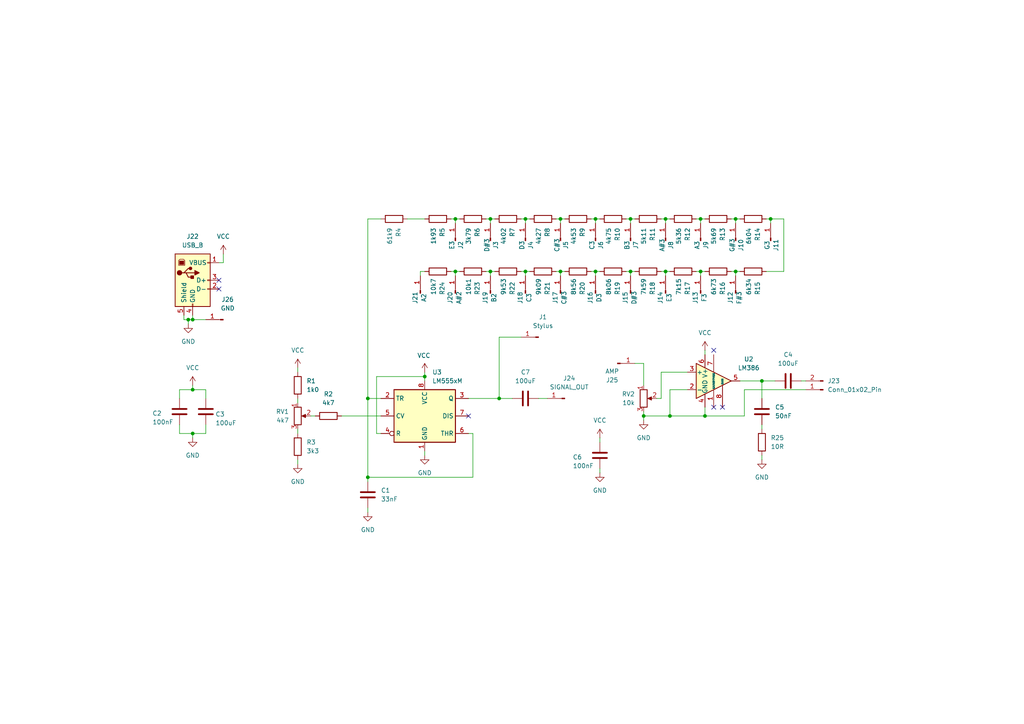
<source format=kicad_sch>
(kicad_sch (version 20231120) (generator "eeschema") (generator_version "8.0")
  (paper "A4")
  (lib_symbols
    (symbol "Amplifier_Audio:LM386" (pin_names (offset 0.127))
      (property "Reference" "U" (at 1.27 7.62 0))
      (property "Value" "LM386" (at 1.27 5.08 0))
      (symbol "LM386_0_1"
        (polyline (pts (xy 5.08 0) (xy -5.08 5.08) (xy -5.08 -5.08) (xy 5.08 0)) (stroke (width 0.254)) (fill (type background)))
      )
      (symbol "LM386_1_1"
        (pin input line (at 0 -7.62 90) (length 5.08) (name "GAIN") (number "1"))
        (pin input line (at -7.62 -2.54 0) (length 2.54) (name "-") (number "2"))
        (pin input line (at -7.62 2.54 0) (length 2.54) (name "+") (number "3"))
        (pin power_in line (at -2.54 -7.62 90) (length 3.81) (name "GND") (number "4"))
        (pin output line (at 7.62 0 180) (length 2.54) (name "~") (number "5"))
        (pin power_in line (at -2.54 7.62 270) (length 3.81) (name "V+") (number "6"))
        (pin input line (at 0 7.62 270) (length 5.08) (name "BYPASS") (number "7"))
        (pin input line (at 2.54 -7.62 90) (length 6.35) (name "GAIN") (number "8"))
      )
    )
    (symbol "Connector:Conn_01x01_Pin" (pin_names (offset 1.016) hide)
      (property "Reference" "J" (at 0 2.54 0))
      (property "Value" "Conn_01x01_Pin" (at 0 -2.54 0))
      (symbol "Conn_01x01_Pin_1_1"
        (polyline (pts (xy 1.27 0) (xy 0.8636 0)) (stroke (width 0.1524)))
        (rectangle (start 0.8636 0.127) (end 0 -0.127) (stroke (width 0.1524)) (fill (type outline)))
        (pin passive line (at 5.08 0 180) (length 3.81) (name "Pin_1") (number "1"))
      )
    )
    (symbol "Connector:Conn_01x02_Pin" (pin_names (offset 1.016) hide)
      (property "Reference" "J" (at 0 2.54 0))
      (property "Value" "Conn_01x02_Pin" (at 0 -5.08 0))
      (symbol "Conn_01x02_Pin_1_1"
        (polyline (pts (xy 1.27 -2.54) (xy 0.8636 -2.54)) (stroke (width 0.1524)))
        (polyline (pts (xy 1.27 0) (xy 0.8636 0)) (stroke (width 0.1524)))
        (rectangle (start 0.8636 -2.413) (end 0 -2.667) (stroke (width 0.1524)) (fill (type outline)))
        (rectangle (start 0.8636 0.127) (end 0 -0.127) (stroke (width 0.1524)) (fill (type outline)))
        (pin passive line (at 5.08 0 180) (length 3.81) (name "Pin_1") (number "1"))
        (pin passive line (at 5.08 -2.54 180) (length 3.81) (name "Pin_2") (number "2"))
      )
    )
    (symbol "Connector:USB_B" (pin_names (offset 1.016))
      (property "Reference" "J" (at -5.08 11.43 0))
      (property "Value" "USB_B" (at -5.08 8.89 0))
      (symbol "USB_B_0_1"
        (rectangle (start -5.08 -7.62) (end 5.08 7.62) (stroke (width 0.254)) (fill (type background)))
        (circle (center -3.81 2.159) (radius 0.635) (stroke (width 0.254)) (fill (type outline)))
        (rectangle (start -3.81 5.588) (end -2.54 4.572) (fill (type outline)))
        (circle (center -0.635 3.429) (radius 0.381) (stroke (width 0.254)) (fill (type outline)))
        (rectangle (start -0.127 -7.62) (end 0.127 -6.858))
        (polyline (pts (xy -1.905 2.159) (xy 0.635 2.159)) (stroke (width 0.254)))
        (polyline (pts (xy -3.175 2.159) (xy -2.54 2.159) (xy -1.27 3.429) (xy -0.635 3.429)) (stroke (width 0.254)))
        (polyline (pts (xy -2.54 2.159) (xy -1.905 2.159) (xy -1.27 0.889) (xy 0 0.889)) (stroke (width 0.254)))
        (polyline (pts (xy 0.635 2.794) (xy 0.635 1.524) (xy 1.905 2.159) (xy 0.635 2.794)) (stroke (width 0.254)) (fill (type outline)))
        (polyline (pts (xy -4.064 4.318) (xy -2.286 4.318) (xy -2.286 5.715) (xy -2.667 6.096) (xy -3.683 6.096) (xy -4.064 5.715) (xy -4.064 4.318)))
        (rectangle (start 0.254 1.27) (end -0.508 0.508) (stroke (width 0.254)) (fill (type outline)))
        (rectangle (start 5.08 -2.667) (end 4.318 -2.413))
        (rectangle (start 5.08 -0.127) (end 4.318 0.127))
        (rectangle (start 5.08 4.953) (end 4.318 5.207))
      )
      (symbol "USB_B_1_1"
        (pin power_out line (at 7.62 5.08 180) (length 2.54) (name "VBUS") (number "1"))
        (pin bidirectional line (at 7.62 -2.54 180) (length 2.54) (name "D-") (number "2"))
        (pin bidirectional line (at 7.62 0 180) (length 2.54) (name "D+") (number "3"))
        (pin power_out line (at 0 -10.16 90) (length 2.54) (name "GND") (number "4"))
        (pin passive line (at -2.54 -10.16 90) (length 2.54) (name "Shield") (number "5"))
      )
    )
    (symbol "Device:C" (pin_numbers hide) (pin_names (offset 0.254))
      (property "Reference" "C" (at 0.635 2.54 0))
      (property "Value" "C" (at 0.635 -2.54 0))
      (symbol "C_0_1"
        (polyline (pts (xy -2.032 -0.762) (xy 2.032 -0.762)) (stroke (width 0.508)))
        (polyline (pts (xy -2.032 0.762) (xy 2.032 0.762)) (stroke (width 0.508)))
      )
      (symbol "C_1_1"
        (pin passive line (at 0 3.81 270) (length 2.794) (name "~") (number "1"))
        (pin passive line (at 0 -3.81 90) (length 2.794) (name "~") (number "2"))
      )
    )
    (symbol "Device:R" (pin_numbers hide) (pin_names (offset 0))
      (property "Reference" "R" (at 2.032 0 90))
      (property "Value" "R" (at 0 0 90))
      (symbol "R_0_1"
        (rectangle (start -1.016 -2.54) (end 1.016 2.54) (stroke (width 0.254)))
      )
      (symbol "R_1_1"
        (pin passive line (at 0 3.81 270) (length 1.27) (name "~") (number "1"))
        (pin passive line (at 0 -3.81 90) (length 1.27) (name "~") (number "2"))
      )
    )
    (symbol "Device:R_Potentiometer" (pin_names (offset 1.016) hide)
      (property "Reference" "RV" (at -4.445 0 90))
      (property "Value" "R_Potentiometer" (at -2.54 0 90))
      (symbol "R_Potentiometer_0_1"
        (polyline (pts (xy 2.54 0) (xy 1.524 0)))
        (polyline (pts (xy 1.143 0) (xy 2.286 0.508) (xy 2.286 -0.508) (xy 1.143 0)) (fill (type outline)))
        (rectangle (start 1.016 2.54) (end -1.016 -2.54) (stroke (width 0.254)))
      )
      (symbol "R_Potentiometer_1_1"
        (pin passive line (at 0 3.81 270) (length 1.27) (name "1") (number "1"))
        (pin passive line (at 3.81 0 180) (length 1.27) (name "2") (number "2"))
        (pin passive line (at 0 -3.81 90) (length 1.27) (name "3") (number "3"))
      )
    )
    (symbol "Timer:LM555xM"
      (property "Reference" "U" (at -10.16 8.89 0))
      (property "Value" "LM555xM" (at 2.54 8.89 0))
      (symbol "LM555xM_0_0"
        (pin power_in line (at 0 -10.16 90) (length 2.54) (name "GND") (number "1"))
        (pin power_in line (at 0 10.16 270) (length 2.54) (name "VCC") (number "8"))
      )
      (symbol "LM555xM_0_1"
        (rectangle (start -8.89 -7.62) (end 8.89 7.62) (stroke (width 0.254)) (fill (type background)))
        (rectangle (start -8.89 -7.62) (end 8.89 7.62) (stroke (width 0.254)) (fill (type background)))
      )
      (symbol "LM555xM_1_1"
        (pin input line (at -12.7 5.08 0) (length 3.81) (name "TR") (number "2"))
        (pin output line (at 12.7 5.08 180) (length 3.81) (name "Q") (number "3"))
        (pin input inverted (at -12.7 -5.08 0) (length 3.81) (name "R") (number "4"))
        (pin input line (at -12.7 0 0) (length 3.81) (name "CV") (number "5"))
        (pin input line (at 12.7 -5.08 180) (length 3.81) (name "THR") (number "6"))
        (pin input line (at 12.7 0 180) (length 3.81) (name "DIS") (number "7"))
      )
    )
    (symbol "power:GND" (power) (pin_numbers hide) (pin_names (offset 0) hide)
      (property "Value" "GND" (at 0 -3.81 0))
      (symbol "GND_0_1"
        (polyline (pts (xy 0 0) (xy 0 -1.27) (xy 1.27 -1.27) (xy 0 -2.54) (xy -1.27 -1.27) (xy 0 -1.27)))
      )
      (symbol "GND_1_1"
        (pin power_in line (at 0 0 270) (length 0) (name "~") (number "1"))
      )
    )
    (symbol "power:VCC" (power) (pin_numbers hide) (pin_names (offset 0) hide)
      (property "Value" "VCC" (at 0 3.556 0))
      (symbol "VCC_0_1"
        (polyline (pts (xy -0.762 1.27) (xy 0 2.54)))
        (polyline (pts (xy 0 0) (xy 0 2.54)))
        (polyline (pts (xy 0 2.54) (xy 0.762 1.27)))
      )
      (symbol "VCC_1_1"
        (pin power_in line (at 0 0 90) (length 0) (name "~") (number "1"))
      )
    )
  )
  (junction (at 55.88 92.71))
  (junction (at 55.88 113.03))
  (junction (at 220.98 110.49))
  (junction (at 194.31 120.65))
  (junction (at 172.72 63.5))
  (junction (at 152.4 78.74))
  (junction (at 204.47 120.65))
  (junction (at 144.78 115.57))
  (junction (at 223.52 63.5))
  (junction (at 162.56 78.74))
  (junction (at 193.04 78.74))
  (junction (at 142.24 63.5))
  (junction (at 132.08 78.74))
  (junction (at 152.4 63.5))
  (junction (at 186.69 120.65))
  (junction (at 182.88 78.74))
  (junction (at 106.68 138.43))
  (junction (at 203.2 63.5))
  (junction (at 142.24 78.74))
  (junction (at 203.2 78.74))
  (junction (at 182.88 63.5))
  (junction (at 193.04 63.5))
  (junction (at 54.61 92.71))
  (junction (at 213.36 78.74))
  (junction (at 123.19 109.22))
  (junction (at 55.88 125.73))
  (junction (at 132.08 63.5))
  (junction (at 162.56 63.5))
  (junction (at 106.68 115.57))
  (junction (at 213.36 63.5))
  (junction (at 172.72 78.74))
  (no_connect (at 63.5 81.28))
  (no_connect (at 63.5 83.82))
  (no_connect (at 207.01 118.11))
  (no_connect (at 209.55 118.11))
  (no_connect (at 207.01 101.6))
  (no_connect (at 135.89 120.65))
  (wire (pts (xy 204.47 63.5) (xy 203.2 63.5)))
  (wire (pts (xy 203.2 80.01) (xy 203.2 78.74)))
  (wire (pts (xy 213.36 80.01) (xy 213.36 78.74)))
  (wire (pts (xy 152.4 64.77) (xy 152.4 63.5)))
  (wire (pts (xy 86.36 134.62) (xy 86.36 133.35)))
  (wire (pts (xy 191.77 107.95) (xy 191.77 115.57)))
  (wire (pts (xy 123.19 63.5) (xy 118.11 63.5)))
  (wire (pts (xy 55.88 125.73) (xy 52.07 125.73)))
  (wire (pts (xy 215.9 113.03) (xy 233.68 113.03)))
  (wire (pts (xy 137.16 125.73) (xy 137.16 138.43)))
  (wire (pts (xy 181.61 78.74) (xy 182.88 78.74)))
  (wire (pts (xy 212.09 78.74) (xy 213.36 78.74)))
  (wire (pts (xy 182.88 80.01) (xy 182.88 78.74)))
  (wire (pts (xy 203.2 78.74) (xy 204.47 78.74)))
  (wire (pts (xy 106.68 139.7) (xy 106.68 138.43)))
  (wire (pts (xy 55.88 91.44) (xy 55.88 92.71)))
  (wire (pts (xy 106.68 63.5) (xy 110.49 63.5)))
  (wire (pts (xy 144.78 97.79) (xy 151.13 97.79)))
  (wire (pts (xy 190.5 115.57) (xy 191.77 115.57)))
  (wire (pts (xy 220.98 110.49) (xy 214.63 110.49)))
  (wire (pts (xy 151.13 78.74) (xy 152.4 78.74)))
  (wire (pts (xy 123.19 109.22) (xy 123.19 110.49)))
  (wire (pts (xy 191.77 78.74) (xy 193.04 78.74)))
  (wire (pts (xy 214.63 63.5) (xy 213.36 63.5)))
  (wire (pts (xy 123.19 107.95) (xy 123.19 109.22)))
  (wire (pts (xy 199.39 113.03) (xy 194.31 113.03)))
  (wire (pts (xy 106.68 138.43) (xy 137.16 138.43)))
  (wire (pts (xy 152.4 80.01) (xy 152.4 78.74)))
  (wire (pts (xy 144.78 115.57) (xy 135.89 115.57)))
  (wire (pts (xy 86.36 106.68) (xy 86.36 107.95)))
  (wire (pts (xy 223.52 63.5) (xy 222.25 63.5)))
  (wire (pts (xy 106.68 148.59) (xy 106.68 147.32)))
  (wire (pts (xy 52.07 113.03) (xy 52.07 115.57)))
  (wire (pts (xy 106.68 63.5) (xy 106.68 115.57)))
  (wire (pts (xy 132.08 80.01) (xy 132.08 78.74)))
  (wire (pts (xy 109.22 125.73) (xy 109.22 109.22)))
  (wire (pts (xy 186.69 120.65) (xy 186.69 119.38)))
  (wire (pts (xy 91.44 120.65) (xy 90.17 120.65)))
  (wire (pts (xy 144.78 97.79) (xy 144.78 115.57)))
  (wire (pts (xy 203.2 63.5) (xy 201.93 63.5)))
  (wire (pts (xy 186.69 121.92) (xy 186.69 120.65)))
  (wire (pts (xy 184.15 63.5) (xy 182.88 63.5)))
  (wire (pts (xy 142.24 78.74) (xy 143.51 78.74)))
  (wire (pts (xy 161.29 78.74) (xy 162.56 78.74)))
  (wire (pts (xy 193.04 80.01) (xy 193.04 78.74)))
  (wire (pts (xy 201.93 78.74) (xy 203.2 78.74)))
  (wire (pts (xy 132.08 63.5) (xy 130.81 63.5)))
  (wire (pts (xy 156.21 115.57) (xy 158.75 115.57)))
  (wire (pts (xy 106.68 138.43) (xy 106.68 115.57)))
  (wire (pts (xy 52.07 123.19) (xy 52.07 125.73)))
  (wire (pts (xy 163.83 63.5) (xy 162.56 63.5)))
  (wire (pts (xy 133.35 63.5) (xy 132.08 63.5)))
  (wire (pts (xy 215.9 113.03) (xy 215.9 120.65)))
  (wire (pts (xy 173.99 127) (xy 173.99 128.27)))
  (wire (pts (xy 171.45 78.74) (xy 172.72 78.74)))
  (wire (pts (xy 55.88 127) (xy 55.88 125.73)))
  (wire (pts (xy 193.04 78.74) (xy 194.31 78.74)))
  (wire (pts (xy 220.98 115.57) (xy 220.98 110.49)))
  (wire (pts (xy 213.36 64.77) (xy 213.36 63.5)))
  (wire (pts (xy 59.69 125.73) (xy 55.88 125.73)))
  (wire (pts (xy 55.88 113.03) (xy 52.07 113.03)))
  (wire (pts (xy 130.81 78.74) (xy 132.08 78.74)))
  (wire (pts (xy 153.67 63.5) (xy 152.4 63.5)))
  (wire (pts (xy 172.72 80.01) (xy 172.72 78.74)))
  (wire (pts (xy 121.92 78.74) (xy 121.92 80.01)))
  (wire (pts (xy 182.88 63.5) (xy 181.61 63.5)))
  (wire (pts (xy 135.89 125.73) (xy 137.16 125.73)))
  (wire (pts (xy 224.79 110.49) (xy 220.98 110.49)))
  (wire (pts (xy 172.72 64.77) (xy 172.72 63.5)))
  (wire (pts (xy 194.31 63.5) (xy 193.04 63.5)))
  (wire (pts (xy 123.19 130.81) (xy 123.19 132.08)))
  (wire (pts (xy 54.61 92.71) (xy 55.88 92.71)))
  (wire (pts (xy 64.77 73.66) (xy 64.77 76.2)))
  (wire (pts (xy 132.08 78.74) (xy 133.35 78.74)))
  (wire (pts (xy 59.69 113.03) (xy 55.88 113.03)))
  (wire (pts (xy 162.56 63.5) (xy 161.29 63.5)))
  (wire (pts (xy 53.34 92.71) (xy 54.61 92.71)))
  (wire (pts (xy 121.92 78.74) (xy 123.19 78.74)))
  (wire (pts (xy 152.4 78.74) (xy 153.67 78.74)))
  (wire (pts (xy 53.34 91.44) (xy 53.34 92.71)))
  (wire (pts (xy 213.36 78.74) (xy 214.63 78.74)))
  (wire (pts (xy 199.39 107.95) (xy 191.77 107.95)))
  (wire (pts (xy 152.4 63.5) (xy 151.13 63.5)))
  (wire (pts (xy 215.9 120.65) (xy 204.47 120.65)))
  (wire (pts (xy 142.24 64.77) (xy 142.24 63.5)))
  (wire (pts (xy 144.78 115.57) (xy 148.59 115.57)))
  (wire (pts (xy 220.98 124.46) (xy 220.98 123.19)))
  (wire (pts (xy 63.5 76.2) (xy 64.77 76.2)))
  (wire (pts (xy 204.47 118.11) (xy 204.47 120.65)))
  (wire (pts (xy 204.47 101.6) (xy 204.47 102.87)))
  (wire (pts (xy 193.04 64.77) (xy 193.04 63.5)))
  (wire (pts (xy 182.88 64.77) (xy 182.88 63.5)))
  (wire (pts (xy 142.24 63.5) (xy 140.97 63.5)))
  (wire (pts (xy 194.31 120.65) (xy 186.69 120.65)))
  (wire (pts (xy 227.33 78.74) (xy 222.25 78.74)))
  (wire (pts (xy 140.97 78.74) (xy 142.24 78.74)))
  (wire (pts (xy 132.08 64.77) (xy 132.08 63.5)))
  (wire (pts (xy 59.69 123.19) (xy 59.69 125.73)))
  (wire (pts (xy 143.51 63.5) (xy 142.24 63.5)))
  (wire (pts (xy 213.36 63.5) (xy 212.09 63.5)))
  (wire (pts (xy 59.69 92.71) (xy 55.88 92.71)))
  (wire (pts (xy 220.98 133.35) (xy 220.98 132.08)))
  (wire (pts (xy 86.36 125.73) (xy 86.36 124.46)))
  (wire (pts (xy 193.04 63.5) (xy 191.77 63.5)))
  (wire (pts (xy 203.2 64.77) (xy 203.2 63.5)))
  (wire (pts (xy 54.61 93.98) (xy 54.61 92.71)))
  (wire (pts (xy 227.33 63.5) (xy 223.52 63.5)))
  (wire (pts (xy 99.06 120.65) (xy 110.49 120.65)))
  (wire (pts (xy 162.56 78.74) (xy 163.83 78.74)))
  (wire (pts (xy 182.88 78.74) (xy 184.15 78.74)))
  (wire (pts (xy 186.69 105.41) (xy 186.69 111.76)))
  (wire (pts (xy 223.52 64.77) (xy 223.52 63.5)))
  (wire (pts (xy 162.56 64.77) (xy 162.56 63.5)))
  (wire (pts (xy 110.49 125.73) (xy 109.22 125.73)))
  (wire (pts (xy 184.15 105.41) (xy 186.69 105.41)))
  (wire (pts (xy 86.36 115.57) (xy 86.36 116.84)))
  (wire (pts (xy 194.31 113.03) (xy 194.31 120.65)))
  (wire (pts (xy 232.41 110.49) (xy 233.68 110.49)))
  (wire (pts (xy 106.68 115.57) (xy 110.49 115.57)))
  (wire (pts (xy 109.22 109.22) (xy 123.19 109.22)))
  (wire (pts (xy 59.69 115.57) (xy 59.69 113.03)))
  (wire (pts (xy 162.56 80.01) (xy 162.56 78.74)))
  (wire (pts (xy 55.88 111.76) (xy 55.88 113.03)))
  (wire (pts (xy 173.99 63.5) (xy 172.72 63.5)))
  (wire (pts (xy 227.33 63.5) (xy 227.33 78.74)))
  (wire (pts (xy 204.47 120.65) (xy 194.31 120.65)))
  (wire (pts (xy 172.72 63.5) (xy 171.45 63.5)))
  (wire (pts (xy 173.99 135.89) (xy 173.99 137.16)))
  (wire (pts (xy 172.72 78.74) (xy 173.99 78.74)))
  (wire (pts (xy 142.24 80.01) (xy 142.24 78.74)))
  (symbol (lib_id "Connector:Conn_01x01_Pin") (at 179.07 105.41 0) (unit 1)
    (property "Reference" "J25" (at 177.546 110.236 0))
    (property "Value" "AMP" (at 177.546 107.696 0))
    (property "Footprint" "Connector:CalTest_CT3151" (effects (hide yes)))
    (property "Description" "Generic connector, single row, 01x01, script generated" (effects (hide yes)))
  )
  (symbol (lib_id "Connector:Conn_01x01_Pin") (at 193.04 85.09 270) (mirror x) (unit 1)
    (property "Reference" "J14" (at 191.516 86.36 0))
    (property "Value" "E3" (at 194.056 86.36 0))
    (property "Description" "Generic connector, single row, 01x01, script generated" (effects (hide yes)))
  )
  (symbol (lib_id "Amplifier_Audio:LM386") (at 207.01 110.49 0) (unit 1)
    (property "Reference" "U2" (at 217.17 104.1714 0))
    (property "Value" "LM386" (at 217.17 106.7114 0))
    (property "Footprint" "Package_SO:SOIC-8_3.9x4.9mm_P1.27mm" (effects (hide yes)))
    (property "Datasheet" "http://www.ti.com/lit/ds/symlink/lm386.pdf" (effects (hide yes)))
    (property "Description" "Low Voltage Audio Power Amplifier, DIP-8/SOIC-8/SSOP-8" (effects (hide yes)))
  )
  (symbol (lib_id "Connector:Conn_01x01_Pin") (at 182.88 85.09 270) (mirror x) (unit 1)
    (property "Reference" "J15" (at 181.356 86.36 0))
    (property "Value" "D#3" (at 183.896 86.36 0))
    (property "Description" "Generic connector, single row, 01x01, script generated" (effects (hide yes)))
  )
  (symbol (lib_id "Device:R_Potentiometer") (at 186.69 115.57 0) (unit 1)
    (property "Reference" "RV2" (at 184.15 114.2999 0) (effects (justify right)))
    (property "Value" "10k" (at 184.15 116.8399 0) (effects (justify right)))
    (property "Footprint" "Potentiometer_THT:Potentiometer_Bourns_PTV09A-2_Single_Horizontal" (effects (hide yes)))
    (property "Description" "Potentiometer" (effects (hide yes)))
  )
  (symbol (lib_id "Connector:Conn_01x01_Pin") (at 142.24 69.85 90) (unit 1)
    (property "Reference" "J3" (at 143.764 71.12 0))
    (property "Value" "D#3" (at 141.224 71.12 0))
    (property "Description" "Generic connector, single row, 01x01, script generated" (effects (hide yes)))
  )
  (symbol (lib_id "Connector:Conn_01x01_Pin") (at 162.56 85.09 270) (mirror x) (unit 1)
    (property "Reference" "J17" (at 161.036 86.36 0))
    (property "Value" "C#3" (at 163.576 86.36 0))
    (property "Description" "Generic connector, single row, 01x01, script generated" (effects (hide yes)))
  )
  (symbol (lib_id "power:VCC") (at 173.99 127 0) (unit 1)
    (property "Reference" "#PWR013" (effects (hide yes)))
    (property "Value" "VCC" (at 173.99 121.92 0))
    (property "Description" "Power symbol creates a global label with name \"VCC\"" (effects (hide yes)))
  )
  (symbol (lib_id "Device:R") (at 114.3 63.5 270) (unit 1)
    (property "Reference" "R4" (at 115.5701 66.04 0) (effects (justify left)))
    (property "Value" "61k9" (at 113.0301 66.04 0) (effects (justify left)))
    (property "Footprint" "Resistor_SMD:R_1206_3216Metric" (effects (hide yes)))
    (property "Description" "Resistor" (effects (hide yes)))
  )
  (symbol (lib_id "Connector:Conn_01x01_Pin") (at 182.88 69.85 90) (unit 1)
    (property "Reference" "J7" (at 184.404 71.12 0))
    (property "Value" "B3" (at 181.864 71.12 0))
    (property "Description" "Generic connector, single row, 01x01, script generated" (effects (hide yes)))
  )
  (symbol (lib_id "Device:R") (at 218.44 78.74 90) (mirror x) (unit 1)
    (property "Reference" "R15" (at 219.71 85.598 0) (effects (justify right)))
    (property "Value" "6k34" (at 217.17 85.598 0) (effects (justify right)))
    (property "Footprint" "Resistor_SMD:R_1206_3216Metric" (effects (hide yes)))
    (property "Description" "Resistor" (effects (hide yes)))
  )
  (symbol (lib_id "power:GND") (at 106.68 148.59 0) (unit 1)
    (property "Reference" "#PWR03" (effects (hide yes)))
    (property "Value" "GND" (at 106.68 153.67 0))
    (property "Description" "Power symbol creates a global label with name \"GND\" , ground" (effects (hide yes)))
  )
  (symbol (lib_id "Device:R") (at 137.16 78.74 90) (mirror x) (unit 1)
    (property "Reference" "R23" (at 138.43 85.598 0) (effects (justify right)))
    (property "Value" "10k1" (at 135.89 85.598 0) (effects (justify right)))
    (property "Footprint" "Resistor_SMD:R_1206_3216Metric" (effects (hide yes)))
    (property "Description" "Resistor" (effects (hide yes)))
  )
  (symbol (lib_id "Device:R") (at 187.96 63.5 270) (unit 1)
    (property "Reference" "R11" (at 189.2301 66.04 0) (effects (justify left)))
    (property "Value" "5k11" (at 186.6901 66.04 0) (effects (justify left)))
    (property "Footprint" "Resistor_SMD:R_1206_3216Metric" (effects (hide yes)))
    (property "Description" "Resistor" (effects (hide yes)))
  )
  (symbol (lib_id "Device:R") (at 177.8 78.74 90) (mirror x) (unit 1)
    (property "Reference" "R19" (at 179.07 85.598 0) (effects (justify right)))
    (property "Value" "8k06" (at 176.53 85.598 0) (effects (justify right)))
    (property "Footprint" "Resistor_SMD:R_1206_3216Metric" (effects (hide yes)))
    (property "Description" "Resistor" (effects (hide yes)))
  )
  (symbol (lib_id "Device:R") (at 198.12 78.74 90) (mirror x) (unit 1)
    (property "Reference" "R17" (at 199.39 85.598 0) (effects (justify right)))
    (property "Value" "7k15" (at 196.85 85.598 0) (effects (justify right)))
    (property "Footprint" "Resistor_SMD:R_1206_3216Metric" (effects (hide yes)))
    (property "Description" "Resistor" (effects (hide yes)))
  )
  (symbol (lib_id "power:VCC") (at 123.19 107.95 0) (unit 1)
    (property "Reference" "#PWR01" (effects (hide yes)))
    (property "Value" "VCC" (at 122.936 103.124 0))
    (property "Description" "Power symbol creates a global label with name \"VCC\"" (effects (hide yes)))
  )
  (symbol (lib_id "Device:R") (at 208.28 78.74 90) (mirror x) (unit 1)
    (property "Reference" "R16" (at 209.55 85.598 0) (effects (justify right)))
    (property "Value" "6k73" (at 207.01 85.598 0) (effects (justify right)))
    (property "Footprint" "Resistor_SMD:R_1206_3216Metric" (effects (hide yes)))
    (property "Description" "Resistor" (effects (hide yes)))
  )
  (symbol (lib_id "Device:C") (at 220.98 119.38 180) (unit 1)
    (property "Reference" "C5" (at 224.79 118.1099 0) (effects (justify right)))
    (property "Value" "50nF" (at 224.79 120.6499 0) (effects (justify right)))
    (property "Footprint" "Capacitor_SMD:C_1206_3216Metric" (effects (hide yes)))
    (property "Description" "Unpolarized capacitor" (effects (hide yes)))
  )
  (symbol (lib_id "Connector:Conn_01x01_Pin") (at 213.36 85.09 270) (mirror x) (unit 1)
    (property "Reference" "J12" (at 211.836 86.36 0))
    (property "Value" "F#3" (at 214.376 86.36 0))
    (property "Description" "Generic connector, single row, 01x01, script generated" (effects (hide yes)))
  )
  (symbol (lib_id "Connector:Conn_01x01_Pin") (at 213.36 69.85 90) (unit 1)
    (property "Reference" "J10" (at 214.884 71.12 0))
    (property "Value" "G#3" (at 212.344 71.12 0))
    (property "Description" "Generic connector, single row, 01x01, script generated" (effects (hide yes)))
  )
  (symbol (lib_id "Device:R") (at 137.16 63.5 270) (unit 1)
    (property "Reference" "R6" (at 138.4301 66.04 0) (effects (justify left)))
    (property "Value" "3k79" (at 135.8901 66.04 0) (effects (justify left)))
    (property "Footprint" "Resistor_SMD:R_1206_3216Metric" (effects (hide yes)))
    (property "Description" "Resistor" (effects (hide yes)))
  )
  (symbol (lib_id "Device:R") (at 147.32 78.74 90) (mirror x) (unit 1)
    (property "Reference" "R22" (at 148.59 85.598 0) (effects (justify right)))
    (property "Value" "9k53" (at 146.05 85.598 0) (effects (justify right)))
    (property "Footprint" "Resistor_SMD:R_1206_3216Metric" (effects (hide yes)))
    (property "Description" "Resistor" (effects (hide yes)))
  )
  (symbol (lib_id "Device:R") (at 220.98 128.27 180) (unit 1)
    (property "Reference" "R25" (at 223.52 126.9999 0) (effects (justify right)))
    (property "Value" "10R" (at 223.52 129.5399 0) (effects (justify right)))
    (property "Footprint" "Resistor_SMD:R_1206_3216Metric" (effects (hide yes)))
    (property "Description" "Resistor" (effects (hide yes)))
  )
  (symbol (lib_id "power:GND") (at 220.98 133.35 0) (unit 1)
    (property "Reference" "#PWR012" (effects (hide yes)))
    (property "Value" "GND" (at 220.98 138.43 0))
    (property "Description" "Power symbol creates a global label with name \"GND\" , ground" (effects (hide yes)))
  )
  (symbol (lib_id "Connector:Conn_01x01_Pin") (at 156.21 97.79 180) (unit 1)
    (property "Reference" "J1" (at 157.48 91.948 0))
    (property "Value" "Stylus" (at 157.48 94.488 0))
    (property "Footprint" "Connector:CalTest_CT3151" (effects (hide yes)))
    (property "Description" "Generic connector, single row, 01x01, script generated" (effects (hide yes)))
  )
  (symbol (lib_id "Connector:Conn_01x01_Pin") (at 203.2 85.09 270) (mirror x) (unit 1)
    (property "Reference" "J13" (at 201.676 86.36 0))
    (property "Value" "F3" (at 204.216 86.36 0))
    (property "Description" "Generic connector, single row, 01x01, script generated" (effects (hide yes)))
  )
  (symbol (lib_id "power:GND") (at 123.19 132.08 0) (unit 1)
    (property "Reference" "#PWR02" (effects (hide yes)))
    (property "Value" "GND" (at 123.19 137.16 0))
    (property "Description" "Power symbol creates a global label with name \"GND\" , ground" (effects (hide yes)))
  )
  (symbol (lib_id "Device:C") (at 59.69 119.38 0) (unit 1)
    (property "Reference" "C3" (at 62.484 120.142 0) (effects (justify left)))
    (property "Value" "100uF" (at 62.484 122.682 0) (effects (justify left)))
    (property "Footprint" "Capacitor_THT:C_Radial_D5.0mm_H11.0mm_P2.00mm" (effects (hide yes)))
    (property "Description" "Unpolarized capacitor" (effects (hide yes)))
  )
  (symbol (lib_id "power:GND") (at 173.99 137.16 0) (unit 1)
    (property "Reference" "#PWR014" (effects (hide yes)))
    (property "Value" "GND" (at 173.99 142.24 0))
    (property "Description" "Power symbol creates a global label with name \"GND\" , ground" (effects (hide yes)))
  )
  (symbol (lib_id "Device:C") (at 152.4 115.57 90) (unit 1)
    (property "Reference" "C7" (at 152.4 107.95 90))
    (property "Value" "100uF" (at 152.4 110.49 90))
    (property "Footprint" "Capacitor_THT:C_Radial_D5.0mm_H11.0mm_P2.00mm" (effects (hide yes)))
    (property "Description" "Unpolarized capacitor" (effects (hide yes)))
  )
  (symbol (lib_id "Device:R") (at 187.96 78.74 90) (mirror x) (unit 1)
    (property "Reference" "R18" (at 189.23 85.598 0) (effects (justify right)))
    (property "Value" "7k59" (at 186.69 85.598 0) (effects (justify right)))
    (property "Footprint" "Resistor_SMD:R_1206_3216Metric" (effects (hide yes)))
    (property "Description" "Resistor" (effects (hide yes)))
  )
  (symbol (lib_id "Device:R") (at 127 63.5 270) (unit 1)
    (property "Reference" "R5" (at 128.2701 66.04 0) (effects (justify left)))
    (property "Value" "1k93" (at 125.7301 66.04 0) (effects (justify left)))
    (property "Footprint" "Resistor_SMD:R_1206_3216Metric" (effects (hide yes)))
    (property "Description" "Resistor" (effects (hide yes)))
  )
  (symbol (lib_id "Device:R") (at 147.32 63.5 270) (unit 1)
    (property "Reference" "R7" (at 148.5901 66.04 0) (effects (justify left)))
    (property "Value" "4k02" (at 146.0501 66.04 0) (effects (justify left)))
    (property "Footprint" "Resistor_SMD:R_1206_3216Metric" (effects (hide yes)))
    (property "Description" "Resistor" (effects (hide yes)))
  )
  (symbol (lib_id "Connector:Conn_01x01_Pin") (at 223.52 69.85 90) (unit 1)
    (property "Reference" "J11" (at 225.044 71.12 0))
    (property "Value" "G3" (at 222.504 71.12 0))
    (property "Description" "Generic connector, single row, 01x01, script generated" (effects (hide yes)))
  )
  (symbol (lib_id "Connector:Conn_01x01_Pin") (at 172.72 69.85 90) (unit 1)
    (property "Reference" "J6" (at 174.244 71.12 0))
    (property "Value" "C3" (at 171.704 71.12 0))
    (property "Description" "Generic connector, single row, 01x01, script generated" (effects (hide yes)))
  )
  (symbol (lib_id "Device:R_Potentiometer") (at 86.36 120.65 0) (unit 1)
    (property "Reference" "RV1" (at 83.82 119.3799 0) (effects (justify right)))
    (property "Value" "4k7" (at 83.82 121.9199 0) (effects (justify right)))
    (property "Footprint" "Potentiometer_THT:Potentiometer_Bourns_PTV09A-2_Single_Horizontal" (effects (hide yes)))
    (property "Description" "Potentiometer" (effects (hide yes)))
  )
  (symbol (lib_id "power:GND") (at 55.88 127 0) (unit 1)
    (property "Reference" "#PWR09" (effects (hide yes)))
    (property "Value" "GND" (at 55.88 132.08 0))
    (property "Description" "Power symbol creates a global label with name \"GND\" , ground" (effects (hide yes)))
  )
  (symbol (lib_id "Connector:Conn_01x01_Pin") (at 121.92 85.09 270) (mirror x) (unit 1)
    (property "Reference" "J21" (at 120.396 86.36 0))
    (property "Value" "A2" (at 122.936 86.36 0))
    (property "Description" "Generic connector, single row, 01x01, script generated" (effects (hide yes)))
  )
  (symbol (lib_id "Connector:Conn_01x01_Pin") (at 152.4 69.85 90) (unit 1)
    (property "Reference" "J4" (at 153.924 71.12 0))
    (property "Value" "D3" (at 151.384 71.12 0))
    (property "Description" "Generic connector, single row, 01x01, script generated" (effects (hide yes)))
  )
  (symbol (lib_id "power:VCC") (at 86.36 106.68 0) (unit 1)
    (property "Reference" "#PWR04" (effects (hide yes)))
    (property "Value" "VCC" (at 86.36 101.6 0))
    (property "Description" "Power symbol creates a global label with name \"VCC\"" (effects (hide yes)))
  )
  (symbol (lib_id "Device:C") (at 52.07 119.38 0) (unit 1)
    (property "Reference" "C2" (at 44.196 119.888 0) (effects (justify left)))
    (property "Value" "100nF" (at 44.196 122.428 0) (effects (justify left)))
    (property "Footprint" "Capacitor_SMD:C_1206_3216Metric" (effects (hide yes)))
    (property "Description" "Unpolarized capacitor" (effects (hide yes)))
  )
  (symbol (lib_id "Connector:Conn_01x01_Pin") (at 162.56 69.85 90) (unit 1)
    (property "Reference" "J5" (at 164.084 71.12 0))
    (property "Value" "C#3" (at 161.544 71.12 0))
    (property "Description" "Generic connector, single row, 01x01, script generated" (effects (hide yes)))
  )
  (symbol (lib_id "Connector:USB_B") (at 55.88 81.28 0) (unit 1)
    (property "Reference" "J22" (at 55.88 68.58 0))
    (property "Value" "USB_B" (at 55.88 71.12 0))
    (property "Footprint" "Connector_USB:USB_B_OST_USB-B1HSxx_Horizontal" (effects (hide yes)))
    (property "Description" "USB Type B connector" (effects (hide yes)))
  )
  (symbol (lib_id "Connector:Conn_01x01_Pin") (at 64.77 92.71 180) (unit 1)
    (property "Reference" "J26" (at 66.04 86.868 0))
    (property "Value" "GND" (at 66.04 89.408 0))
    (property "Footprint" "Connector:CalTest_CT3151" (effects (hide yes)))
    (property "Description" "Generic connector, single row, 01x01, script generated" (effects (hide yes)))
  )
  (symbol (lib_id "Connector:Conn_01x01_Pin") (at 152.4 85.09 270) (mirror x) (unit 1)
    (property "Reference" "J18" (at 150.876 86.36 0))
    (property "Value" "C3" (at 153.416 86.36 0))
    (property "Description" "Generic connector, single row, 01x01, script generated" (effects (hide yes)))
  )
  (symbol (lib_id "power:VCC") (at 204.47 101.6 0) (unit 1)
    (property "Reference" "#PWR011" (effects (hide yes)))
    (property "Value" "VCC" (at 204.47 96.52 0))
    (property "Description" "Power symbol creates a global label with name \"VCC\"" (effects (hide yes)))
  )
  (symbol (lib_id "Device:C") (at 106.68 143.51 0) (unit 1)
    (property "Reference" "C1" (at 110.49 142.2399 0) (effects (justify left)))
    (property "Value" "33nF" (at 110.49 144.7799 0) (effects (justify left)))
    (property "Footprint" "Capacitor_SMD:C_1206_3216Metric" (effects (hide yes)))
    (property "Description" "Unpolarized capacitor" (effects (hide yes)))
  )
  (symbol (lib_id "Device:R") (at 86.36 111.76 0) (unit 1)
    (property "Reference" "R1" (at 88.9 110.4899 0) (effects (justify left)))
    (property "Value" "1k0" (at 88.9 113.0299 0) (effects (justify left)))
    (property "Footprint" "Resistor_SMD:R_1206_3216Metric" (effects (hide yes)))
    (property "Description" "Resistor" (effects (hide yes)))
  )
  (symbol (lib_id "Connector:Conn_01x01_Pin") (at 193.04 69.85 90) (unit 1)
    (property "Reference" "J8" (at 194.564 71.12 0))
    (property "Value" "A#3" (at 192.024 71.12 0))
    (property "Description" "Generic connector, single row, 01x01, script generated" (effects (hide yes)))
  )
  (symbol (lib_id "Device:R") (at 157.48 63.5 270) (unit 1)
    (property "Reference" "R8" (at 158.7501 66.04 0) (effects (justify left)))
    (property "Value" "4k27" (at 156.2101 66.04 0) (effects (justify left)))
    (property "Footprint" "Resistor_SMD:R_1206_3216Metric" (effects (hide yes)))
    (property "Description" "Resistor" (effects (hide yes)))
  )
  (symbol (lib_id "Connector:Conn_01x01_Pin") (at 132.08 85.09 270) (mirror x) (unit 1)
    (property "Reference" "J20" (at 130.556 86.36 0))
    (property "Value" "A#2" (at 133.096 86.36 0))
    (property "Description" "Generic connector, single row, 01x01, script generated" (effects (hide yes)))
  )
  (symbol (lib_id "Device:R") (at 208.28 63.5 270) (unit 1)
    (property "Reference" "R13" (at 209.5501 66.04 0) (effects (justify left)))
    (property "Value" "5k69" (at 207.0101 66.04 0) (effects (justify left)))
    (property "Footprint" "Resistor_SMD:R_1206_3216Metric" (effects (hide yes)))
    (property "Description" "Resistor" (effects (hide yes)))
  )
  (symbol (lib_id "power:GND") (at 186.69 121.92 0) (unit 1)
    (property "Reference" "#PWR010" (effects (hide yes)))
    (property "Value" "GND" (at 186.69 127 0))
    (property "Description" "Power symbol creates a global label with name \"GND\" , ground" (effects (hide yes)))
  )
  (symbol (lib_id "Device:R") (at 198.12 63.5 270) (unit 1)
    (property "Reference" "R12" (at 199.3901 66.04 0) (effects (justify left)))
    (property "Value" "5k36" (at 196.8501 66.04 0) (effects (justify left)))
    (property "Footprint" "Resistor_SMD:R_1206_3216Metric" (effects (hide yes)))
    (property "Description" "Resistor" (effects (hide yes)))
  )
  (symbol (lib_id "Timer:LM555xM") (at 123.19 120.65 0) (unit 1)
    (property "Reference" "U3" (at 125.3841 107.95 0) (effects (justify left)))
    (property "Value" "LM555xM" (at 125.3841 110.49 0) (effects (justify left)))
    (property "Footprint" "Package_SO:SOIC-8_3.9x4.9mm_P1.27mm" (effects (hide yes)))
    (property "Datasheet" "http://www.ti.com/lit/ds/symlink/lm555.pdf" (effects (hide yes)))
    (property "Description" "Timer, 555 compatible, SOIC-8" (effects (hide yes)))
  )
  (symbol (lib_id "power:GND") (at 54.61 93.98 0) (unit 1)
    (property "Reference" "#PWR06" (effects (hide yes)))
    (property "Value" "GND" (at 54.61 99.06 0))
    (property "Description" "Power symbol creates a global label with name \"GND\" , ground" (effects (hide yes)))
  )
  (symbol (lib_id "Connector:Conn_01x01_Pin") (at 203.2 69.85 90) (unit 1)
    (property "Reference" "J9" (at 204.724 71.12 0))
    (property "Value" "A3" (at 202.184 71.12 0))
    (property "Description" "Generic connector, single row, 01x01, script generated" (effects (hide yes)))
  )
  (symbol (lib_id "Device:R") (at 95.25 120.65 90) (unit 1)
    (property "Reference" "R2" (at 95.25 114.3 90))
    (property "Value" "4k7" (at 95.25 116.84 90))
    (property "Footprint" "Resistor_SMD:R_1206_3216Metric" (effects (hide yes)))
    (property "Description" "Resistor" (effects (hide yes)))
  )
  (symbol (lib_id "Connector:Conn_01x01_Pin") (at 132.08 69.85 90) (unit 1)
    (property "Reference" "J2" (at 133.604 71.12 0))
    (property "Value" "E3" (at 131.064 71.12 0))
    (property "Description" "Generic connector, single row, 01x01, script generated" (effects (hide yes)))
  )
  (symbol (lib_id "Device:C") (at 173.99 132.08 0) (unit 1)
    (property "Reference" "C6" (at 166.116 132.588 0) (effects (justify left)))
    (property "Value" "100nF" (at 166.116 135.128 0) (effects (justify left)))
    (property "Footprint" "Capacitor_SMD:C_1206_3216Metric" (effects (hide yes)))
    (property "Description" "Unpolarized capacitor" (effects (hide yes)))
  )
  (symbol (lib_id "Device:R") (at 127 78.74 90) (mirror x) (unit 1)
    (property "Reference" "R24" (at 128.27 85.598 0) (effects (justify right)))
    (property "Value" "10k7" (at 125.73 85.598 0) (effects (justify right)))
    (property "Footprint" "Resistor_SMD:R_1206_3216Metric" (effects (hide yes)))
    (property "Description" "Resistor" (effects (hide yes)))
  )
  (symbol (lib_id "Connector:Conn_01x01_Pin") (at 163.83 115.57 180) (unit 1)
    (property "Reference" "J24" (at 165.1 109.728 0))
    (property "Value" "SIGNAL_OUT" (at 165.1 112.268 0))
    (property "Footprint" "Connector:CalTest_CT3151" (effects (hide yes)))
    (property "Description" "Generic connector, single row, 01x01, script generated" (effects (hide yes)))
  )
  (symbol (lib_id "power:GND") (at 86.36 134.62 0) (unit 1)
    (property "Reference" "#PWR05" (effects (hide yes)))
    (property "Value" "GND" (at 86.36 139.7 0))
    (property "Description" "Power symbol creates a global label with name \"GND\" , ground" (effects (hide yes)))
  )
  (symbol (lib_id "Device:R") (at 167.64 63.5 270) (unit 1)
    (property "Reference" "R9" (at 168.9101 66.04 0) (effects (justify left)))
    (property "Value" "4k53" (at 166.3701 66.04 0) (effects (justify left)))
    (property "Footprint" "Resistor_SMD:R_1206_3216Metric" (effects (hide yes)))
    (property "Description" "Resistor" (effects (hide yes)))
  )
  (symbol (lib_id "Device:R") (at 86.36 129.54 180) (unit 1)
    (property "Reference" "R3" (at 88.9 128.2699 0) (effects (justify right)))
    (property "Value" "3k3" (at 88.9 130.8099 0) (effects (justify right)))
    (property "Footprint" "Resistor_SMD:R_1206_3216Metric" (effects (hide yes)))
    (property "Description" "Resistor" (effects (hide yes)))
  )
  (symbol (lib_id "Device:R") (at 157.48 78.74 90) (mirror x) (unit 1)
    (property "Reference" "R21" (at 158.75 85.598 0) (effects (justify right)))
    (property "Value" "9k09" (at 156.21 85.598 0) (effects (justify right)))
    (property "Footprint" "Resistor_SMD:R_1206_3216Metric" (effects (hide yes)))
    (property "Description" "Resistor" (effects (hide yes)))
  )
  (symbol (lib_id "Device:R") (at 167.64 78.74 90) (mirror x) (unit 1)
    (property "Reference" "R20" (at 168.91 85.598 0) (effects (justify right)))
    (property "Value" "8k56" (at 166.37 85.598 0) (effects (justify right)))
    (property "Footprint" "Resistor_SMD:R_1206_3216Metric" (effects (hide yes)))
    (property "Description" "Resistor" (effects (hide yes)))
  )
  (symbol (lib_id "Device:C") (at 228.6 110.49 90) (unit 1)
    (property "Reference" "C4" (at 228.6 102.87 90))
    (property "Value" "100uF" (at 228.6 105.41 90))
    (property "Footprint" "Capacitor_THT:C_Radial_D5.0mm_H11.0mm_P2.00mm" (effects (hide yes)))
    (property "Description" "Unpolarized capacitor" (effects (hide yes)))
  )
  (symbol (lib_id "power:VCC") (at 55.88 111.76 0) (unit 1)
    (property "Reference" "#PWR08" (effects (hide yes)))
    (property "Value" "VCC" (at 55.88 106.68 0))
    (property "Description" "Power symbol creates a global label with name \"VCC\"" (effects (hide yes)))
  )
  (symbol (lib_id "Device:R") (at 218.44 63.5 270) (unit 1)
    (property "Reference" "R14" (at 219.7101 66.04 0) (effects (justify left)))
    (property "Value" "6k04" (at 217.1701 66.04 0) (effects (justify left)))
    (property "Footprint" "Resistor_SMD:R_1206_3216Metric" (effects (hide yes)))
    (property "Description" "Resistor" (effects (hide yes)))
  )
  (symbol (lib_id "Connector:Conn_01x01_Pin") (at 142.24 85.09 270) (mirror x) (unit 1)
    (property "Reference" "J19" (at 140.716 86.36 0))
    (property "Value" "B2" (at 143.256 86.36 0))
    (property "Description" "Generic connector, single row, 01x01, script generated" (effects (hide yes)))
  )
  (symbol (lib_id "power:VCC") (at 64.77 73.66 0) (unit 1)
    (property "Reference" "#PWR07" (effects (hide yes)))
    (property "Value" "VCC" (at 64.77 68.58 0))
    (property "Description" "Power symbol creates a global label with name \"VCC\"" (effects (hide yes)))
  )
  (symbol (lib_id "Connector:Conn_01x01_Pin") (at 172.72 85.09 270) (mirror x) (unit 1)
    (property "Reference" "J16" (at 171.196 86.36 0))
    (property "Value" "D3" (at 173.736 86.36 0))
    (property "Description" "Generic connector, single row, 01x01, script generated" (effects (hide yes)))
  )
  (symbol (lib_id "Device:R") (at 177.8 63.5 270) (unit 1)
    (property "Reference" "R10" (at 179.0701 66.04 0) (effects (justify left)))
    (property "Value" "4k75" (at 176.5301 66.04 0) (effects (justify left)))
    (property "Footprint" "Resistor_SMD:R_1206_3216Metric" (effects (hide yes)))
    (property "Description" "Resistor" (effects (hide yes)))
  )
  (symbol (lib_id "Connector:Conn_01x02_Pin") (at 238.76 113.03 180) (unit 1)
    (property "Reference" "J23" (at 240.03 110.4899 0) (effects (justify right)))
    (property "Value" "Conn_01x02_Pin" (at 240.03 113.0299 0) (effects (justify right)))
    (property "Footprint" "Connector_Wire:SolderWire-2sqmm_1x02_P7.8mm_D2mm_OD3.9mm" (effects (hide yes)))
    (property "Description" "Generic connector, single row, 01x02, script generated" (effects (hide yes)))
  )
)
</source>
